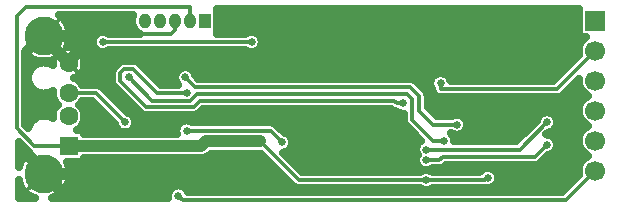
<source format=gbr>
G04 DipTrace 3.0.0.2*
G04 Bottom.gbr*
%MOMM*%
G04 #@! TF.FileFunction,Copper,L2,Bot*
G04 #@! TF.Part,Single*
G04 #@! TA.AperFunction,CopperBalancing*
%ADD13C,0.33*%
G04 #@! TA.AperFunction,Conductor*
%ADD14C,0.9*%
%ADD15C,1.0*%
%ADD16C,0.3*%
%ADD17C,0.6*%
G04 #@! TA.AperFunction,ViaPad*
%ADD19C,0.65*%
G04 #@! TA.AperFunction,CopperBalancing*
%ADD21C,0.635*%
G04 #@! TA.AperFunction,ComponentPad*
%ADD34R,1.7X1.7*%
%ADD35C,1.7*%
%ADD36R,1.0X1.3*%
%ADD37O,1.0X1.3*%
%ADD38C,1.6*%
%ADD39R,1.6X1.6*%
%ADD40C,3.3*%
%FSLAX35Y35*%
G04*
G71*
G90*
G75*
G01*
G04 Bottom*
%LPD*%
X310000Y1475000D2*
D13*
X520000Y1265000D1*
Y1240000D1*
X160000Y740000D2*
D14*
Y1340000D1*
X295000Y1475000D1*
X310000D1*
D15*
X650000D1*
Y1390000D1*
X520000Y1260000D1*
Y1240000D1*
X700000Y240000D2*
D16*
X615000Y325000D1*
D13*
X600000Y310000D1*
X310000D1*
Y305000D1*
D15*
D3*
X520000Y1240000D2*
X310000Y1450000D1*
Y1475000D1*
X580000Y310000D2*
D17*
X575000Y305000D1*
D15*
X310000D1*
X140000Y500000D2*
D17*
X196570Y443430D1*
D15*
X310000Y330000D1*
Y305000D1*
X485000Y130000D1*
X540000D1*
X580000Y170000D1*
Y230000D1*
D17*
Y310000D1*
X310000Y1475000D2*
D16*
X295000Y1490000D1*
X1390000D1*
X1418000Y1518000D1*
Y1600000D1*
X1545000D2*
Y1615000D1*
X1550000Y1620000D1*
Y1720000D1*
X160000D1*
X80000Y1640000D1*
Y690000D1*
X230000Y540000D1*
X520000D1*
X2140000Y580000D2*
X2470500Y249500D1*
X3550000D1*
X520000Y540000D2*
D15*
X1640000D1*
X1680000Y580000D1*
X1980000D1*
X2050000D1*
X1950000D2*
X1980000D1*
X2050000D2*
X2140000D1*
X3550000Y249500D2*
D16*
X4049500D1*
X4070000Y270000D1*
X810000Y1420000D2*
X2070000D1*
X1000000Y740000D2*
X750000Y990000D1*
X520000D1*
X1450000Y120000D2*
X1490000Y80000D1*
X4730000D1*
X4980000Y330000D1*
X3810000Y720000D2*
X3610000D1*
X3490000Y840000D1*
Y960000D1*
X3410000Y1040000D1*
X1590000D1*
X1510000Y1120000D1*
X2330000Y570000D2*
X2230457Y669543D1*
X1520000D1*
X1030000Y1120000D2*
X1230000Y920000D1*
X1550000D1*
X1610000Y980000D1*
X3390000D1*
X3430000Y940000D1*
Y760000D1*
X3610000Y580000D1*
X3700000D1*
X3350000Y900000D2*
X3300000D1*
X3280000Y920000D1*
X1630000D1*
X1580000Y870000D1*
X1180000D1*
X960000Y1090000D1*
Y1160000D1*
X990000Y1190000D1*
X1070000D1*
X1270000Y990000D1*
X1520000D1*
X3670000Y1070000D2*
Y1020000D1*
X4654000D1*
X4980000Y1346000D1*
X3550000Y510000D2*
X4340000D1*
X4570000Y740000D1*
X3550000Y420000D2*
X3660000D1*
X3690000Y450000D1*
X4470000D1*
X4570000Y550000D1*
D19*
X3550000Y249500D3*
X2050000Y580000D3*
D3*
D3*
X4070000Y270000D3*
X810000Y1420000D3*
X2070000D3*
D3*
X1000000Y740000D3*
X1450000Y120000D3*
X3810000Y720000D3*
X1510000Y1120000D3*
X2330000Y570000D3*
X1520000Y669543D3*
X1030000Y1120000D3*
X3700000Y580000D3*
X3350000Y900000D3*
X1520000Y990000D3*
X3670000Y1070000D3*
X3550000Y510000D3*
X4570000Y740000D3*
D3*
X3550000Y420000D3*
X4570000Y550000D3*
D3*
X2200000Y1220000D3*
X4090000Y1490000D3*
X4390000Y180000D3*
X2570000Y840000D3*
X4060000Y160000D3*
X1770000Y580000D3*
X4240000Y740000D3*
X2780000Y1580000D3*
X4800000Y910000D3*
X3130000Y470000D3*
X3030000Y840000D3*
X2660000D3*
X3960000Y1170000D3*
X2450000Y460000D3*
X1840000Y1660000D3*
X2000000Y310000D3*
X2140000Y580000D3*
X180000Y1240000D3*
X140000Y500000D3*
X1680000Y580000D3*
X2940000Y840000D3*
X2390000D3*
X3860000Y1170000D3*
X2780000Y1430000D3*
X4290000Y230000D3*
X580000Y310000D3*
X1950000Y580000D3*
X1810000Y780000D3*
X1860000Y580000D3*
X2430000Y1220000D3*
X462343Y1639083D2*
D21*
X1055867D1*
X1782943D2*
X4834117D1*
X511330Y1575917D2*
X1053513D1*
X1782943D2*
X4834117D1*
X532663Y1512750D2*
X1082037D1*
X1782943D2*
X4834117D1*
X534523Y1449583D2*
X721750D1*
X2158237D2*
X4880130D1*
X517283Y1386417D2*
X723237D1*
X2156750D2*
X4840070D1*
X632130Y1323250D2*
X4835980D1*
X155880Y1260083D2*
X258647D1*
X659413D2*
X4789347D1*
X155880Y1196917D2*
X199983D1*
X653833D2*
X894637D1*
X1167787D2*
X1462790D1*
X1557220D2*
X4726217D1*
X608937Y1133750D2*
X884097D1*
X1230913D2*
X1417643D1*
X1602367D2*
X3604303D1*
X3735693D2*
X4663090D1*
X634113Y1070583D2*
X886823D1*
X1294167D2*
X1431907D1*
X3484173D2*
X3576520D1*
X155880Y1007417D2*
X227020D1*
X837263D2*
X937923D1*
X3547300D2*
X3595247D1*
X4746110D2*
X4862643D1*
X155880Y944250D2*
X387133D1*
X900517D2*
X1001050D1*
X3565903D2*
X4883107D1*
X155880Y881083D2*
X414543D1*
X625433D2*
X754243D1*
X963643D2*
X1064177D1*
X3565903D2*
X4840817D1*
X155880Y817917D2*
X382050D1*
X658050D2*
X817370D1*
X1045253D2*
X1127553D1*
X1632503D2*
X3314583D1*
X3616753D2*
X4524803D1*
X4615267D2*
X4835483D1*
X155880Y754750D2*
X206803D1*
X656190D2*
X880500D1*
X1092133D2*
X1495657D1*
X1544277D2*
X3354270D1*
X3896180D2*
X4477800D1*
X4662147D2*
X4861650D1*
X618117Y691583D2*
X921303D1*
X1078737D2*
X1429427D1*
X2313143D2*
X3393710D1*
X3898660D2*
X4416903D1*
X4648753D2*
X4884720D1*
X2400953Y628417D2*
X3456837D1*
X3778730D2*
X4353650D1*
X4614273D2*
X4841310D1*
X2423277Y565250D2*
X3476310D1*
X4662147D2*
X4835360D1*
X104100Y502083D2*
X163147D1*
X2390907D2*
X3456963D1*
X4649123D2*
X4860660D1*
X1673060Y438917D2*
X2176420D1*
X2385820D2*
X3458700D1*
X4563673D2*
X4886333D1*
X524230Y375750D2*
X2239547D1*
X2448950D2*
X3468620D1*
X3720437D2*
X4841807D1*
X535763Y312583D2*
X2302677D1*
X4152287D2*
X4835110D1*
X528817Y249417D2*
X2365803D1*
X4160970D2*
X4794680D1*
X501037Y186250D2*
X1387133D1*
X1512820D2*
X2435257D1*
X4100197D2*
X4731550D1*
X104100Y123083D2*
X180633D1*
X439397D2*
X1356627D1*
X4899943Y1460410D2*
X4840410D1*
Y1702380D1*
X1776560Y1702250D1*
X1776590Y1489603D1*
X2017617Y1489590D1*
X2030463Y1497597D1*
X2043087Y1502827D1*
X2056377Y1506017D1*
X2070000Y1507090D1*
X2083623Y1506017D1*
X2096913Y1502827D1*
X2109537Y1497597D1*
X2121190Y1490457D1*
X2131583Y1481583D1*
X2140457Y1471190D1*
X2147597Y1459537D1*
X2152827Y1446913D1*
X2156017Y1433623D1*
X2157090Y1420000D1*
X2156017Y1406377D1*
X2152827Y1393087D1*
X2147597Y1380463D1*
X2140457Y1368810D1*
X2131583Y1358417D1*
X2121190Y1349543D1*
X2109537Y1342403D1*
X2096913Y1337173D1*
X2083623Y1333983D1*
X2070000Y1332910D1*
X2056377Y1333983D1*
X2043087Y1337173D1*
X2030463Y1342403D1*
X2017657Y1350453D1*
X862383Y1350410D1*
X849537Y1342403D1*
X836913Y1337173D1*
X823623Y1333983D1*
X810000Y1332910D1*
X796377Y1333983D1*
X783087Y1337173D1*
X770463Y1342403D1*
X758810Y1349543D1*
X748417Y1358417D1*
X739543Y1368810D1*
X732403Y1380463D1*
X727173Y1393087D1*
X723983Y1406377D1*
X722910Y1420000D1*
X723983Y1433623D1*
X727173Y1446913D1*
X732403Y1459537D1*
X739543Y1471190D1*
X748417Y1481583D1*
X758810Y1490457D1*
X770463Y1497597D1*
X783087Y1502827D1*
X796377Y1506017D1*
X810000Y1507090D1*
X823623Y1506017D1*
X836913Y1502827D1*
X849537Y1497597D1*
X862343Y1489547D1*
X1121173Y1489590D1*
X1102523Y1500383D1*
X1090043Y1511043D1*
X1079383Y1523523D1*
X1070810Y1537517D1*
X1064530Y1552680D1*
X1060697Y1568640D1*
X1059410Y1585000D1*
X1059733Y1623207D1*
X1062300Y1639417D1*
X1065673Y1650420D1*
X442100Y1650410D1*
X460167Y1635217D1*
X477653Y1616817D1*
X492900Y1596520D1*
X505703Y1574600D1*
X515890Y1551347D1*
X523327Y1527073D1*
X527910Y1502107D1*
X529590Y1475000D1*
X528123Y1449657D1*
X523740Y1424653D1*
X516500Y1400320D1*
X504827Y1373747D1*
X527107Y1374403D1*
X545997Y1372057D1*
X564363Y1367067D1*
X581847Y1359540D1*
X598090Y1349620D1*
X612773Y1337507D1*
X625600Y1323443D1*
X636317Y1307713D1*
X644707Y1290627D1*
X650600Y1272530D1*
X653883Y1253780D1*
X654440Y1233653D1*
X652200Y1214750D1*
X647317Y1196353D1*
X639887Y1178830D1*
X630057Y1162530D1*
X618030Y1147777D1*
X604040Y1134873D1*
X588367Y1124067D1*
X569873Y1115020D1*
X590323Y1104757D1*
X607410Y1092343D1*
X622343Y1077410D1*
X635180Y1059567D1*
X755460Y1059377D1*
X771503Y1056183D1*
X786360Y1049337D1*
X799773Y1038597D1*
X1012227Y826190D1*
X1026913Y822827D1*
X1039537Y817597D1*
X1051190Y810457D1*
X1061583Y801583D1*
X1070457Y791190D1*
X1077597Y779537D1*
X1082827Y766913D1*
X1086017Y753623D1*
X1087090Y740000D1*
X1086017Y726377D1*
X1082827Y713087D1*
X1077597Y700463D1*
X1070457Y688810D1*
X1061583Y678417D1*
X1051190Y669543D1*
X1039537Y662403D1*
X1026913Y657173D1*
X1013623Y653983D1*
X1000000Y652910D1*
X986377Y653983D1*
X973087Y657173D1*
X960463Y662403D1*
X948810Y669543D1*
X938417Y678417D1*
X929543Y688810D1*
X922403Y700463D1*
X917173Y713087D1*
X913810Y727837D1*
X721113Y920473D1*
X635277Y920410D1*
X622343Y902590D1*
X609987Y890040D1*
X622343Y877410D1*
X634757Y860323D1*
X644343Y841507D1*
X650870Y821420D1*
X654177Y800560D1*
Y779440D1*
X650870Y758580D1*
X644343Y738493D1*
X634757Y719677D1*
X622343Y702590D1*
X607410Y687657D1*
X589133Y674577D1*
X654590Y674590D1*
Y644453D1*
X1436657Y644590D1*
X1433180Y662710D1*
Y676377D1*
X1435317Y689873D1*
X1439540Y702870D1*
X1445743Y715047D1*
X1453777Y726103D1*
X1463440Y735767D1*
X1474497Y743800D1*
X1486673Y750003D1*
X1499670Y754227D1*
X1513167Y756363D1*
X1526833D1*
X1540330Y754227D1*
X1553327Y750003D1*
X1565503Y743800D1*
X1572343Y739090D1*
X2235917Y738920D1*
X2251960Y735727D1*
X2266817Y728880D1*
X2280230Y718140D1*
X2342193Y656223D1*
X2356913Y652827D1*
X2369537Y647597D1*
X2381190Y640457D1*
X2391583Y631583D1*
X2400457Y621190D1*
X2407597Y609537D1*
X2412827Y596913D1*
X2416017Y583623D1*
X2417090Y570000D1*
X2416017Y556377D1*
X2412827Y543087D1*
X2407597Y530463D1*
X2400457Y518810D1*
X2391583Y508417D1*
X2381190Y499543D1*
X2369537Y492403D1*
X2356913Y487173D1*
X2343623Y483983D1*
X2335257Y483117D1*
X2499393Y319020D1*
X3497537Y319090D1*
X3510463Y327097D1*
X3523087Y332327D1*
X3532367Y334720D1*
X3516673Y339540D1*
X3504497Y345743D1*
X3493440Y353777D1*
X3483777Y363440D1*
X3475743Y374497D1*
X3469540Y386673D1*
X3465317Y399670D1*
X3463180Y413167D1*
Y426833D1*
X3465317Y440330D1*
X3469540Y453327D1*
X3475443Y464970D1*
X3467173Y483087D1*
X3463983Y496377D1*
X3462910Y510000D1*
X3463983Y523623D1*
X3467173Y536913D1*
X3472403Y549537D1*
X3479543Y561190D1*
X3488417Y571583D1*
X3498810Y580457D1*
X3506337Y585287D1*
X3377083Y714803D1*
X3367993Y728407D1*
X3362333Y743753D1*
X3360443Y760833D1*
X3360410Y813453D1*
X3343167Y813180D1*
X3329670Y815317D1*
X3316673Y819540D1*
X3304497Y825743D1*
X3297613Y830487D1*
X3283753Y832333D1*
X3268407Y837993D1*
X3254803Y847083D1*
X3254037Y847793D1*
X3254803Y847083D1*
X3248250Y850410D1*
X1658707D1*
X1625197Y817083D1*
X1611593Y807993D1*
X1596247Y802333D1*
X1579167Y800443D1*
X1174540Y800623D1*
X1158497Y803817D1*
X1143640Y810663D1*
X1130227Y821403D1*
X907083Y1044803D1*
X897993Y1058407D1*
X892333Y1073753D1*
X890443Y1090833D1*
X890623Y1165460D1*
X893817Y1181503D1*
X900663Y1196360D1*
X911403Y1209773D1*
X944803Y1242917D1*
X958407Y1252007D1*
X973753Y1257667D1*
X990833Y1259557D1*
X1075460Y1259377D1*
X1091503Y1256183D1*
X1106360Y1249337D1*
X1119773Y1238597D1*
X1298893Y1059523D1*
X1447230Y1059590D1*
X1435743Y1074497D1*
X1429540Y1086673D1*
X1425317Y1099670D1*
X1423180Y1113167D1*
Y1126833D1*
X1425317Y1140330D1*
X1429540Y1153327D1*
X1435743Y1165503D1*
X1443777Y1176560D1*
X1453440Y1186223D1*
X1464497Y1194257D1*
X1476673Y1200460D1*
X1489670Y1204683D1*
X1503167Y1206820D1*
X1516833D1*
X1530330Y1204683D1*
X1543327Y1200460D1*
X1555503Y1194257D1*
X1566560Y1186223D1*
X1576223Y1176560D1*
X1584257Y1165503D1*
X1590460Y1153327D1*
X1594683Y1140330D1*
X1596190Y1132163D1*
X1618930Y1109487D1*
X3415460Y1109377D1*
X3431503Y1106183D1*
X3446360Y1099337D1*
X3459773Y1088597D1*
X3542917Y1005197D1*
X3552007Y991593D1*
X3557667Y976247D1*
X3559557Y959167D1*
X3559590Y868843D1*
X3638920Y789497D1*
X3757713Y789590D1*
X3770463Y797597D1*
X3783087Y802827D1*
X3796377Y806017D1*
X3810000Y807090D1*
X3823623Y806017D1*
X3836913Y802827D1*
X3849537Y797597D1*
X3861190Y790457D1*
X3871583Y781583D1*
X3880457Y771190D1*
X3887597Y759537D1*
X3892827Y746913D1*
X3896017Y733623D1*
X3897090Y720000D1*
X3896017Y706377D1*
X3892827Y693087D1*
X3887597Y680463D1*
X3880457Y668810D1*
X3871583Y658417D1*
X3861190Y649543D1*
X3849537Y642403D1*
X3836913Y637173D1*
X3823623Y633983D1*
X3810000Y632910D1*
X3796377Y633983D1*
X3783087Y637173D1*
X3770463Y642403D1*
X3757657Y650453D1*
X3756560Y646223D1*
X3766223Y636560D1*
X3774257Y625503D1*
X3780460Y613327D1*
X3784683Y600330D1*
X3786820Y586833D1*
X3787073Y579547D1*
X4311133Y579590D1*
X4483817Y752230D1*
X4487173Y766913D1*
X4492403Y779537D1*
X4499543Y791190D1*
X4508417Y801583D1*
X4518810Y810457D1*
X4530463Y817597D1*
X4543087Y822827D1*
X4556377Y826017D1*
X4570000Y827090D1*
X4583623Y826017D1*
X4596913Y822827D1*
X4609537Y817597D1*
X4621190Y810457D1*
X4631583Y801583D1*
X4640457Y791190D1*
X4647597Y779537D1*
X4652827Y766913D1*
X4656017Y753623D1*
X4657090Y740000D1*
X4656017Y726377D1*
X4652827Y713087D1*
X4647597Y700463D1*
X4640457Y688810D1*
X4631583Y678417D1*
X4621190Y669543D1*
X4609537Y662403D1*
X4596913Y657173D1*
X4582163Y653810D1*
X4565450Y637033D1*
X4583623Y636017D1*
X4596913Y632827D1*
X4609537Y627597D1*
X4621190Y620457D1*
X4631583Y611583D1*
X4640457Y601190D1*
X4647597Y589537D1*
X4652827Y576913D1*
X4656017Y563623D1*
X4657090Y550000D1*
X4656017Y536377D1*
X4652827Y523087D1*
X4647597Y510463D1*
X4640457Y498810D1*
X4631583Y488417D1*
X4621190Y479543D1*
X4609537Y472403D1*
X4596913Y467173D1*
X4582163Y463810D1*
X4515197Y397083D1*
X4501593Y387993D1*
X4486247Y382333D1*
X4469167Y380443D1*
X3718790Y380410D1*
X3700903Y363700D1*
X3686630Y355707D1*
X3670887Y351267D1*
X3660000Y350410D1*
X3602330D1*
X3589537Y342403D1*
X3576913Y337173D1*
X3567633Y334780D1*
X3583327Y329960D1*
X3595503Y323757D1*
X3602343Y319047D1*
X3998097Y319090D1*
X4008417Y331583D1*
X4018810Y340457D1*
X4030463Y347597D1*
X4043087Y352827D1*
X4056377Y356017D1*
X4070000Y357090D1*
X4083623Y356017D1*
X4096913Y352827D1*
X4109537Y347597D1*
X4121190Y340457D1*
X4131583Y331583D1*
X4140457Y321190D1*
X4147597Y309537D1*
X4152827Y296913D1*
X4156017Y283623D1*
X4157090Y270000D1*
X4156017Y256377D1*
X4152827Y243087D1*
X4147597Y230463D1*
X4140457Y218810D1*
X4131583Y208417D1*
X4121190Y199543D1*
X4109537Y192403D1*
X4096913Y187173D1*
X4083623Y183983D1*
X4069653Y182923D1*
X4054960Y180123D1*
X3602397Y179910D1*
X3589537Y171903D1*
X3576913Y166673D1*
X3563623Y163483D1*
X3550000Y162410D1*
X3536377Y163483D1*
X3523087Y166673D1*
X3510463Y171903D1*
X3497657Y179953D1*
X2465040Y180123D1*
X2448997Y183317D1*
X2434140Y190163D1*
X2420727Y200903D1*
X2146010Y475577D1*
X1723397Y475410D1*
X1701477Y455383D1*
X1687483Y446810D1*
X1672320Y440530D1*
X1656360Y436697D1*
X1640000Y435410D1*
X654633D1*
X654590Y405410D1*
X505390D1*
X515890Y381347D1*
X523327Y357073D1*
X527910Y332107D1*
X529590Y305000D1*
X528123Y279657D1*
X523740Y254653D1*
X516500Y230320D1*
X506503Y206987D1*
X493877Y184963D1*
X478793Y164543D1*
X461457Y146000D1*
X442093Y129583D1*
X420967Y115510D1*
X398353Y103970D1*
X383500Y97750D1*
X1365890D1*
X1363180Y113167D1*
Y126833D1*
X1365317Y140330D1*
X1369540Y153327D1*
X1375743Y165503D1*
X1383777Y176560D1*
X1393440Y186223D1*
X1404497Y194257D1*
X1416673Y200460D1*
X1429670Y204683D1*
X1443167Y206820D1*
X1456833D1*
X1470330Y204683D1*
X1483327Y200460D1*
X1495503Y194257D1*
X1506560Y186223D1*
X1516223Y176560D1*
X1524257Y165503D1*
X1531857Y149543D1*
X4701340Y149590D1*
X4845227Y293640D1*
X4840840Y319047D1*
Y340953D1*
X4844267Y362587D1*
X4851037Y383420D1*
X4860980Y402937D1*
X4873853Y420657D1*
X4889343Y436147D1*
X4907063Y449020D1*
X4922187Y456940D1*
X4907063Y464980D1*
X4889343Y477853D1*
X4873853Y493343D1*
X4860980Y511063D1*
X4851037Y530580D1*
X4844267Y551413D1*
X4840840Y573047D1*
Y594953D1*
X4844267Y616587D1*
X4851037Y637420D1*
X4860980Y656937D1*
X4873853Y674657D1*
X4889343Y690147D1*
X4907063Y703020D1*
X4922187Y710940D1*
X4907063Y718980D1*
X4889343Y731853D1*
X4873853Y747343D1*
X4860980Y765063D1*
X4851037Y784580D1*
X4844267Y805413D1*
X4840840Y827047D1*
Y848953D1*
X4844267Y870587D1*
X4851037Y891420D1*
X4860980Y910937D1*
X4873853Y928657D1*
X4889343Y944147D1*
X4907063Y957020D1*
X4922187Y964940D1*
X4907063Y972980D1*
X4889343Y985853D1*
X4873853Y1001343D1*
X4860980Y1019063D1*
X4851037Y1038580D1*
X4844267Y1059413D1*
X4840840Y1081047D1*
Y1102953D1*
X4841580Y1109203D1*
X4699197Y967083D1*
X4685593Y957993D1*
X4670247Y952333D1*
X4653167Y950443D1*
X3664540Y950623D1*
X3648497Y953817D1*
X3633640Y960663D1*
X3620793Y970793D1*
X3610663Y983640D1*
X3603817Y998497D1*
X3600623Y1014540D1*
X3600583Y1015587D1*
X3600623Y1014540D1*
X3599543Y1018810D1*
X3592403Y1030463D1*
X3587173Y1043087D1*
X3583983Y1056377D1*
X3582910Y1070000D1*
X3583983Y1083623D1*
X3587173Y1096913D1*
X3592403Y1109537D1*
X3599543Y1121190D1*
X3608417Y1131583D1*
X3618810Y1140457D1*
X3630463Y1147597D1*
X3643087Y1152827D1*
X3656377Y1156017D1*
X3670000Y1157090D1*
X3683623Y1156017D1*
X3696913Y1152827D1*
X3709537Y1147597D1*
X3721190Y1140457D1*
X3731583Y1131583D1*
X3740457Y1121190D1*
X3747597Y1109537D1*
X3752827Y1096913D1*
X3754833Y1089570D1*
X4625330Y1089590D1*
X4845173Y1309587D1*
X4840840Y1335047D1*
Y1356953D1*
X4844267Y1378587D1*
X4851037Y1399420D1*
X4860980Y1418937D1*
X4873853Y1436657D1*
X4889343Y1452147D1*
X4900193Y1460430D1*
X386550Y1222657D2*
X385437Y1242623D1*
X387150Y1261580D1*
X388847Y1270067D1*
X362323Y1261733D1*
X337360Y1257120D1*
X312030Y1255420D1*
X286677Y1256653D1*
X261630Y1260803D1*
X237233Y1267817D1*
X213807Y1277600D1*
X191670Y1290020D1*
X171110Y1304913D1*
X152407Y1322080D1*
X149567Y1325093D1*
X149590Y718680D1*
X179983Y688430D1*
X184380Y705817D1*
X192313Y724963D1*
X203143Y742637D1*
X216603Y758397D1*
X232363Y771857D1*
X250037Y782687D1*
X269183Y790620D1*
X289337Y795457D1*
X310000Y797083D1*
X330663Y795457D1*
X350817Y790620D1*
X369963Y782687D1*
X386527Y772600D1*
X385410Y790000D1*
X387067Y811053D1*
X391997Y831590D1*
X400080Y851103D1*
X411113Y869110D1*
X424830Y885170D1*
X430013Y889960D1*
X417657Y902590D1*
X405243Y919677D1*
X395657Y938493D1*
X389130Y958580D1*
X385823Y979440D1*
Y1000560D1*
X386637Y1007407D1*
X369963Y997313D1*
X350817Y989380D1*
X330663Y984543D1*
X310000Y982917D1*
X289337Y984543D1*
X269183Y989380D1*
X250037Y997313D1*
X232363Y1008143D1*
X216603Y1021603D1*
X203143Y1037363D1*
X192313Y1055037D1*
X184380Y1074183D1*
X179543Y1094337D1*
X177917Y1115000D1*
X179543Y1135663D1*
X184380Y1155817D1*
X192313Y1174963D1*
X203143Y1192637D1*
X216603Y1208397D1*
X232363Y1221857D1*
X250037Y1232687D1*
X269183Y1240620D1*
X289337Y1245457D1*
X310000Y1247083D1*
X330663Y1245457D1*
X350817Y1240620D1*
X369963Y1232687D1*
X386527Y1222600D1*
X237540Y97713D2*
X213807Y107600D1*
X191670Y120020D1*
X171110Y134913D1*
X152407Y152080D1*
X135813Y171290D1*
X121543Y192287D1*
X109797Y214790D1*
X100723Y238500D1*
X97713Y248910D1*
X97750Y97750D1*
X237523D1*
X97720Y361100D2*
X106597Y387743D1*
X117503Y410667D1*
X130987Y432177D1*
X146860Y451987D1*
X164913Y469833D1*
X185957Y486180D1*
X97743Y573843D1*
X97750Y361183D1*
X2017657Y1489547D2*
X2030463Y1497597D1*
X2043087Y1502827D1*
X2056377Y1506017D1*
X2070000Y1507090D1*
X2083623Y1506017D1*
X2096913Y1502827D1*
X2109537Y1497597D1*
X2121190Y1490457D1*
X2131583Y1481583D1*
X2140457Y1471190D1*
X2147597Y1459537D1*
X2152827Y1446913D1*
X2156017Y1433623D1*
X2157090Y1420000D1*
X2156017Y1406377D1*
X2152827Y1393087D1*
X2147597Y1380463D1*
X2140457Y1368810D1*
X2131583Y1358417D1*
X2121190Y1349543D1*
X2109537Y1342403D1*
X2096913Y1337173D1*
X2083623Y1333983D1*
X2070000Y1332910D1*
X2056377Y1333983D1*
X2043087Y1337173D1*
X2030463Y1342403D1*
X2017657Y1350453D1*
X4483810Y752163D2*
X4487173Y766913D1*
X4492403Y779537D1*
X4499543Y791190D1*
X4508417Y801583D1*
X4518810Y810457D1*
X4530463Y817597D1*
X4543087Y822827D1*
X4556377Y826017D1*
X4570000Y827090D1*
X4583623Y826017D1*
X4596913Y822827D1*
X4609537Y817597D1*
X4621190Y810457D1*
X4631583Y801583D1*
X4640457Y791190D1*
X4647597Y779537D1*
X4652827Y766913D1*
X4656017Y753623D1*
X4657090Y740000D1*
X4656017Y726377D1*
X4652827Y713087D1*
X4647597Y700463D1*
X4640457Y688810D1*
X4631583Y678417D1*
X4621190Y669543D1*
X4609537Y662403D1*
X4596913Y657173D1*
X4582163Y653810D1*
X4576833Y636820D1*
X4590330Y634683D1*
X4603327Y630460D1*
X4615503Y624257D1*
X4626560Y616223D1*
X4636223Y606560D1*
X4644257Y595503D1*
X4650460Y583327D1*
X4654683Y570330D1*
X4656820Y556833D1*
Y543167D1*
X4654683Y529670D1*
X4650460Y516673D1*
X4644257Y504497D1*
X4636223Y493440D1*
X4626560Y483777D1*
X4615503Y475743D1*
X4603327Y469540D1*
X4590330Y465317D1*
X4582163Y463810D1*
X520000Y1240000D2*
D13*
X615083Y1144917D1*
Y1335083D2*
X520000Y1240000D1*
X465187Y1630187D2*
X154813Y1319813D1*
Y460187D2*
X465187Y149813D1*
X310000Y305000D2*
X154813Y149813D1*
D34*
X4980000Y1600000D3*
D35*
Y1346000D3*
Y1092000D3*
Y838000D3*
Y584000D3*
Y330000D3*
D36*
X1672000Y1600000D3*
D37*
X1545000D3*
X1418000D3*
X1291000D3*
X1164000D3*
D38*
X520000Y1240000D3*
Y990000D3*
Y790000D3*
D39*
Y540000D3*
D40*
X310000Y1475000D3*
Y305000D3*
M02*

</source>
